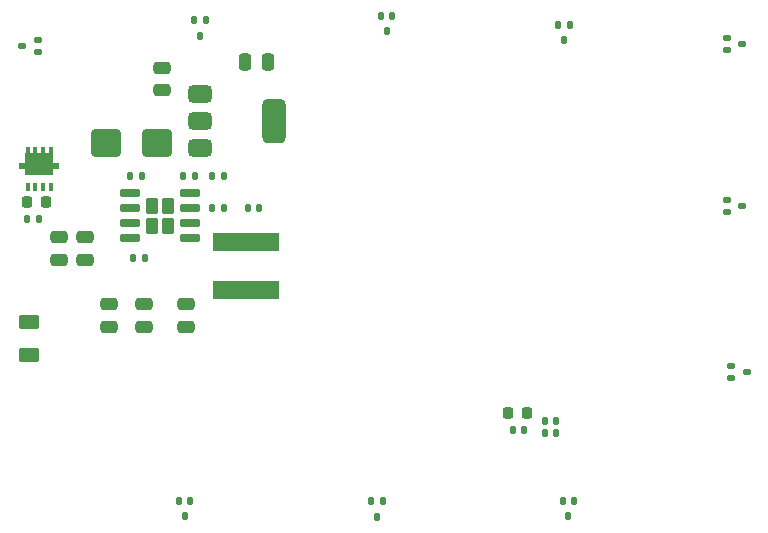
<source format=gbr>
%TF.GenerationSoftware,KiCad,Pcbnew,8.0.7*%
%TF.CreationDate,2025-01-28T22:36:31+01:00*%
%TF.ProjectId,test1,74657374-312e-46b6-9963-61645f706362,rev?*%
%TF.SameCoordinates,Original*%
%TF.FileFunction,Paste,Bot*%
%TF.FilePolarity,Positive*%
%FSLAX46Y46*%
G04 Gerber Fmt 4.6, Leading zero omitted, Abs format (unit mm)*
G04 Created by KiCad (PCBNEW 8.0.7) date 2025-01-28 22:36:31*
%MOMM*%
%LPD*%
G01*
G04 APERTURE LIST*
G04 Aperture macros list*
%AMRoundRect*
0 Rectangle with rounded corners*
0 $1 Rounding radius*
0 $2 $3 $4 $5 $6 $7 $8 $9 X,Y pos of 4 corners*
0 Add a 4 corners polygon primitive as box body*
4,1,4,$2,$3,$4,$5,$6,$7,$8,$9,$2,$3,0*
0 Add four circle primitives for the rounded corners*
1,1,$1+$1,$2,$3*
1,1,$1+$1,$4,$5*
1,1,$1+$1,$6,$7*
1,1,$1+$1,$8,$9*
0 Add four rect primitives between the rounded corners*
20,1,$1+$1,$2,$3,$4,$5,0*
20,1,$1+$1,$4,$5,$6,$7,0*
20,1,$1+$1,$6,$7,$8,$9,0*
20,1,$1+$1,$8,$9,$2,$3,0*%
G04 Aperture macros list end*
%ADD10R,0.420000X0.660000*%
%ADD11R,0.545000X0.570000*%
%ADD12R,0.420000X0.470000*%
%ADD13R,2.370000X1.830000*%
%ADD14RoundRect,0.140000X-0.140000X-0.170000X0.140000X-0.170000X0.140000X0.170000X-0.140000X0.170000X0*%
%ADD15RoundRect,0.250000X-0.475000X0.250000X-0.475000X-0.250000X0.475000X-0.250000X0.475000X0.250000X0*%
%ADD16RoundRect,0.135000X0.135000X0.185000X-0.135000X0.185000X-0.135000X-0.185000X0.135000X-0.185000X0*%
%ADD17R,5.600000X1.505000*%
%ADD18RoundRect,0.125000X-0.125000X0.175000X-0.125000X-0.175000X0.125000X-0.175000X0.125000X0.175000X0*%
%ADD19RoundRect,0.250000X0.625000X-0.375000X0.625000X0.375000X-0.625000X0.375000X-0.625000X-0.375000X0*%
%ADD20RoundRect,0.218750X-0.218750X-0.256250X0.218750X-0.256250X0.218750X0.256250X-0.218750X0.256250X0*%
%ADD21RoundRect,0.250000X0.475000X-0.250000X0.475000X0.250000X-0.475000X0.250000X-0.475000X-0.250000X0*%
%ADD22RoundRect,0.250000X1.000000X0.900000X-1.000000X0.900000X-1.000000X-0.900000X1.000000X-0.900000X0*%
%ADD23RoundRect,0.135000X-0.135000X-0.185000X0.135000X-0.185000X0.135000X0.185000X-0.135000X0.185000X0*%
%ADD24RoundRect,0.140000X0.140000X0.170000X-0.140000X0.170000X-0.140000X-0.170000X0.140000X-0.170000X0*%
%ADD25RoundRect,0.125000X-0.175000X-0.125000X0.175000X-0.125000X0.175000X0.125000X-0.175000X0.125000X0*%
%ADD26RoundRect,0.375000X-0.625000X-0.375000X0.625000X-0.375000X0.625000X0.375000X-0.625000X0.375000X0*%
%ADD27RoundRect,0.500000X-0.500000X-1.400000X0.500000X-1.400000X0.500000X1.400000X-0.500000X1.400000X0*%
%ADD28RoundRect,0.125000X0.175000X0.125000X-0.175000X0.125000X-0.175000X-0.125000X0.175000X-0.125000X0*%
%ADD29RoundRect,0.250000X-0.295000X-0.435000X0.295000X-0.435000X0.295000X0.435000X-0.295000X0.435000X0*%
%ADD30RoundRect,0.150000X-0.737500X-0.150000X0.737500X-0.150000X0.737500X0.150000X-0.737500X0.150000X0*%
%ADD31RoundRect,0.250000X0.250000X0.475000X-0.250000X0.475000X-0.250000X-0.475000X0.250000X-0.475000X0*%
%ADD32RoundRect,0.218750X0.218750X0.256250X-0.218750X0.256250X-0.218750X-0.256250X0.218750X-0.256250X0*%
G04 APERTURE END LIST*
D10*
%TO.C,Q1*%
X52125000Y-76070000D03*
D11*
X51642500Y-74315000D03*
D12*
X52125000Y-72985000D03*
X52775000Y-72985000D03*
D13*
X53100000Y-74135000D03*
D12*
X53425000Y-72985000D03*
X54075000Y-72985000D03*
D11*
X54557500Y-74315000D03*
D10*
X52775000Y-76070000D03*
X53425000Y-76070000D03*
X54075000Y-76070000D03*
%TD*%
D14*
%TO.C,C3*%
X70752500Y-77900000D03*
X71712500Y-77900000D03*
%TD*%
D15*
%TO.C,C6*%
X65500000Y-86050000D03*
X65500000Y-87950000D03*
%TD*%
D14*
%TO.C,C36*%
X95920000Y-95900000D03*
X96880000Y-95900000D03*
%TD*%
D16*
%TO.C,R6*%
X66312500Y-75200000D03*
X65292500Y-75200000D03*
%TD*%
D15*
%TO.C,C8*%
X62000000Y-86050000D03*
X62000000Y-87950000D03*
%TD*%
D17*
%TO.C,L1*%
X70600000Y-80800000D03*
X70600000Y-84805000D03*
%TD*%
D18*
%TO.C,D6*%
X66200000Y-62000000D03*
X67200000Y-62000000D03*
X66700000Y-63300000D03*
%TD*%
D19*
%TO.C,F1*%
X52200000Y-90300000D03*
X52200000Y-87500000D03*
%TD*%
D20*
%TO.C,L3*%
X92800000Y-95200000D03*
X94375000Y-95200000D03*
%TD*%
D21*
%TO.C,C9*%
X63500000Y-67900000D03*
X63500000Y-66000000D03*
%TD*%
D22*
%TO.C,D10*%
X63050000Y-72400000D03*
X58750000Y-72400000D03*
%TD*%
D23*
%TO.C,R3*%
X67690000Y-77900000D03*
X68710000Y-77900000D03*
%TD*%
D24*
%TO.C,C34*%
X94180000Y-96700000D03*
X93220000Y-96700000D03*
%TD*%
D25*
%TO.C,D1*%
X111300000Y-64500000D03*
X111300000Y-63500000D03*
X112600000Y-64000000D03*
%TD*%
D18*
%TO.C,D8*%
X82000000Y-61600000D03*
X83000000Y-61600000D03*
X82500000Y-62900000D03*
%TD*%
D26*
%TO.C,U4*%
X66700000Y-72800000D03*
X66700000Y-70500000D03*
D27*
X73000000Y-70500000D03*
D26*
X66700000Y-68200000D03*
%TD*%
D15*
%TO.C,C4*%
X59000000Y-86050000D03*
X59000000Y-87950000D03*
%TD*%
D14*
%TO.C,C35*%
X95920000Y-96900000D03*
X96880000Y-96900000D03*
%TD*%
D15*
%TO.C,C7*%
X54800000Y-80350000D03*
X54800000Y-82250000D03*
%TD*%
D28*
%TO.C,D5*%
X52950000Y-63700000D03*
X52950000Y-64700000D03*
X51650000Y-64200000D03*
%TD*%
D23*
%TO.C,R2*%
X60790000Y-75200000D03*
X61810000Y-75200000D03*
%TD*%
D18*
%TO.C,D9*%
X97000000Y-62350000D03*
X98000000Y-62350000D03*
X97500000Y-63650000D03*
%TD*%
D29*
%TO.C,U3*%
X62657500Y-77685000D03*
X62657500Y-79385000D03*
X64017500Y-77685000D03*
X64017500Y-79385000D03*
D30*
X60775000Y-80440000D03*
X60775000Y-79170000D03*
X60775000Y-77900000D03*
X60775000Y-76630000D03*
X65900000Y-76630000D03*
X65900000Y-77900000D03*
X65900000Y-79170000D03*
X65900000Y-80440000D03*
%TD*%
D18*
%TO.C,D7*%
X97400000Y-102700000D03*
X98400000Y-102700000D03*
X97900000Y-104000000D03*
%TD*%
D16*
%TO.C,R5*%
X68712500Y-75200000D03*
X67692500Y-75200000D03*
%TD*%
D14*
%TO.C,C5*%
X61052500Y-82100000D03*
X62012500Y-82100000D03*
%TD*%
D23*
%TO.C,R1*%
X52090000Y-78800000D03*
X53110000Y-78800000D03*
%TD*%
D31*
%TO.C,C10*%
X72450000Y-65500000D03*
X70550000Y-65500000D03*
%TD*%
D32*
%TO.C,D11*%
X53675000Y-77370000D03*
X52100000Y-77370000D03*
%TD*%
D25*
%TO.C,D2*%
X111700000Y-92300000D03*
X111700000Y-91300000D03*
X113000000Y-91800000D03*
%TD*%
D18*
%TO.C,D22*%
X81200000Y-102725000D03*
X82200000Y-102725000D03*
X81700000Y-104025000D03*
%TD*%
D25*
%TO.C,D4*%
X111300000Y-78200000D03*
X111300000Y-77200000D03*
X112600000Y-77700000D03*
%TD*%
D18*
%TO.C,D3*%
X64900000Y-102700000D03*
X65900000Y-102700000D03*
X65400000Y-104000000D03*
%TD*%
D15*
%TO.C,C2*%
X57000000Y-80350000D03*
X57000000Y-82250000D03*
%TD*%
M02*

</source>
